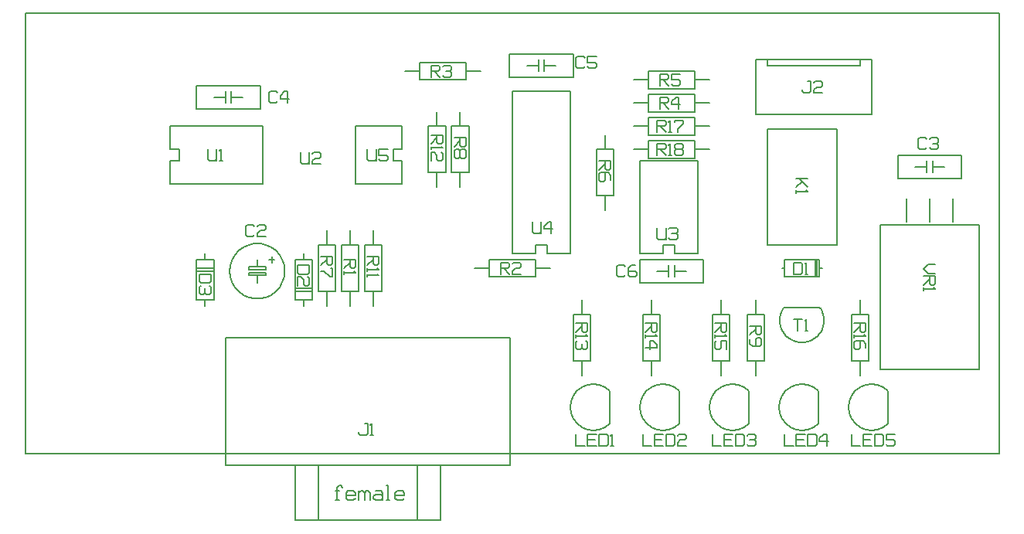
<source format=gbr>
G04                                                                  *
G04 SOURCE        : LAYO1 PCB.EXE VERSION 10                         *
G04 FORMAT        : GERBER RS-274X, Inch, 2.4, Leading Zero          *
G04 TITLE         : MGV98_SILKSCREEN TOP                             *
G04 TIME          : Tuesday, November 04, 2008  15:45:56             *
G04                                                                  *
G04 Board width   : 106.680 mm. =  4.2000 inch                       *
G04 Board height  :  48.260 mm. =  1.9000 inch                       *
G04 Board offset  :   0.000 mm. =  0.0000 inch                       *
G04 Board offset  :   0.000 mm. =  0.0000 inch                       *
G04                                                                  *
G04 Apertures:                                                       *
G04       Type          X       Y             X       Y        Used  *
G04                      Inches                Metric                *
G04 D10   Draw        0.0079  0.0079        0.200   0.200      1330  *
G04                                                                  *
%FSLAX24Y24*
MOIN*
SFA1.0B1.0*%
%ADD10C,0.0079*%
%LNSILKSCREEN TOP*%
G54D10*
X000000Y019000D02*
X000000Y000000D01*
X042000Y000000D01*
X042000Y019000D01*
X000000Y019000D01*
X006250Y014125D02*
X010250Y014125D01*
X010250Y011625D01*
X006250Y011625D01*
X006250Y012625D01*
X006625Y012625D01*
X006625Y013125D01*
X006250Y013125D01*
X006250Y014125D01*
X026500Y008625D02*
X026500Y012625D01*
X029000Y012625D01*
X029000Y008625D01*
X028000Y008625D01*
X028000Y009000D01*
X027500Y009000D01*
X027500Y008625D01*
X026500Y008625D01*
X034258Y006313D02*
X034328Y006234D01*
X034375Y006117D01*
X034422Y005992D01*
X034445Y005867D01*
X034453Y005750D01*
X034445Y005625D01*
X034422Y005492D01*
X034375Y005383D01*
X034328Y005273D01*
X034258Y005172D01*
X034172Y005070D01*
X034078Y004992D01*
X033984Y004930D01*
X033867Y004859D01*
X033742Y004820D01*
X033617Y004797D01*
X033500Y004789D01*
X033375Y004797D01*
X033242Y004820D01*
X033133Y004859D01*
X033023Y004922D01*
X032922Y004992D01*
X032820Y005070D01*
X032742Y005172D01*
X032680Y005273D01*
X032609Y005383D01*
X032570Y005492D01*
X032547Y005625D01*
X032547Y005867D01*
X032570Y005992D01*
X032609Y006117D01*
X032680Y006234D01*
X032719Y006313D01*
X034250Y006313D01*
X032000Y014000D02*
X035000Y014000D01*
X035000Y009000D01*
X032000Y009000D01*
X032000Y014000D01*
X032750Y008375D02*
X032750Y007625D01*
X034250Y007625D01*
X034250Y008375D01*
X032750Y008375D01*
X032750Y008000D02*
X032625Y008000D01*
X034250Y008000D02*
X034375Y008000D01*
X034125Y008375D02*
X034125Y007625D01*
X034094Y007625D01*
X034094Y008375D01*
X034063Y008375D01*
X034063Y007625D01*
X012000Y006375D02*
X012000Y006625D01*
X011625Y006625D01*
X011625Y008375D01*
X012375Y008375D01*
X012375Y006625D01*
X012000Y006625D01*
X012000Y008375D02*
X012000Y008625D01*
X012375Y007000D02*
X011625Y007000D01*
X011625Y007125D02*
X012375Y007125D01*
X026250Y015125D02*
X026875Y015125D01*
X026875Y014750D01*
X028875Y014750D01*
X028875Y015500D01*
X026875Y015500D01*
X026875Y015125D01*
X028875Y015125D02*
X029500Y015125D01*
X029500Y016125D02*
X028875Y016125D01*
X028875Y016500D01*
X026875Y016500D01*
X026875Y015750D01*
X028875Y015750D01*
X028875Y016125D01*
X026875Y016125D02*
X026250Y016125D01*
X014000Y009625D02*
X014000Y009000D01*
X013625Y009000D01*
X013625Y007000D01*
X014375Y007000D01*
X014375Y009000D01*
X014000Y009000D01*
X014000Y007000D02*
X014000Y006375D01*
X019375Y008000D02*
X020000Y008000D01*
X020000Y007625D01*
X022000Y007625D01*
X022000Y008375D01*
X020000Y008375D01*
X020000Y008000D01*
X022000Y008000D02*
X022625Y008000D01*
X013000Y009625D02*
X013000Y009000D01*
X012625Y009000D01*
X012625Y007000D01*
X013375Y007000D01*
X013375Y009000D01*
X013000Y009000D01*
X013000Y007000D02*
X013000Y006375D01*
X018750Y014750D02*
X018750Y014125D01*
X018375Y014125D01*
X018375Y012125D01*
X019125Y012125D01*
X019125Y014125D01*
X018750Y014125D01*
X018750Y012125D02*
X018750Y011500D01*
X031500Y006625D02*
X031500Y006000D01*
X031125Y006000D01*
X031125Y004000D01*
X031875Y004000D01*
X031875Y006000D01*
X031500Y006000D01*
X031500Y004000D02*
X031500Y003375D01*
X017750Y011500D02*
X017750Y012125D01*
X018125Y012125D01*
X018125Y014125D01*
X017375Y014125D01*
X017375Y012125D01*
X017750Y012125D01*
X017750Y014125D02*
X017750Y014750D01*
X024000Y006625D02*
X024000Y006000D01*
X023625Y006000D01*
X023625Y004000D01*
X024375Y004000D01*
X024375Y006000D01*
X024000Y006000D01*
X024000Y004000D02*
X024000Y003375D01*
X027000Y003375D02*
X027000Y004000D01*
X027375Y004000D01*
X027375Y006000D01*
X026625Y006000D01*
X026625Y004000D01*
X027000Y004000D01*
X027000Y006000D02*
X027000Y006625D01*
X030000Y006625D02*
X030000Y006000D01*
X029625Y006000D01*
X029625Y004000D01*
X030375Y004000D01*
X030375Y006000D01*
X030000Y006000D01*
X030000Y004000D02*
X030000Y003375D01*
X025000Y010500D02*
X025000Y011125D01*
X025375Y011125D01*
X025375Y013125D01*
X024625Y013125D01*
X024625Y011125D01*
X025000Y011125D01*
X025000Y013125D02*
X025000Y013750D01*
X015000Y009625D02*
X015000Y009000D01*
X014625Y009000D01*
X014625Y007000D01*
X015375Y007000D01*
X015375Y009000D01*
X015000Y009000D01*
X015000Y007000D02*
X015000Y006375D01*
X036000Y006625D02*
X036000Y006000D01*
X035625Y006000D01*
X035625Y004000D01*
X036375Y004000D01*
X036375Y006000D01*
X036000Y006000D01*
X036000Y004000D02*
X036000Y003375D01*
X038375Y012375D02*
X038875Y012375D01*
X039125Y012375D02*
X039625Y012375D01*
X038875Y012125D02*
X038875Y012625D01*
X039125Y012125D02*
X039125Y012625D01*
X037625Y012875D02*
X037625Y011875D01*
X040375Y011875D01*
X040375Y012875D01*
X037625Y012875D01*
X008813Y007875D02*
X008836Y007625D01*
X008914Y007391D01*
X009039Y007180D01*
X009203Y006992D01*
X009406Y006844D01*
X009633Y006742D01*
X009875Y006695D01*
X010125Y006695D01*
X010367Y006742D01*
X010594Y006844D01*
X010797Y006992D01*
X010961Y007180D01*
X011086Y007391D01*
X011164Y007633D01*
X011188Y007875D01*
X011164Y008125D01*
X011086Y008359D01*
X010961Y008578D01*
X010797Y008758D01*
X010594Y008906D01*
X010367Y009008D01*
X010125Y009055D01*
X009875Y009055D01*
X009633Y009000D01*
X009406Y008898D01*
X009203Y008758D01*
X009039Y008570D01*
X008914Y008352D01*
X008836Y008117D01*
X008813Y007875D01*
X010750Y008375D02*
X010500Y008375D01*
X010625Y008500D02*
X010625Y008250D01*
X010375Y007938D02*
X009625Y007938D01*
X009625Y008063D01*
X010375Y008063D01*
X010375Y007938D01*
X010375Y007813D02*
X009625Y007813D01*
X009625Y007688D01*
X010375Y007688D01*
X010375Y007813D01*
X010000Y008063D02*
X010000Y008375D01*
X010000Y007688D02*
X010000Y007375D01*
X020906Y005000D02*
X020906Y-000500D01*
X008656Y-000500D01*
X008656Y005000D01*
X020906Y005000D01*
X017906Y-000500D02*
X017906Y-002875D01*
X011656Y-002875D01*
X011656Y-000500D01*
X016906Y-000500D02*
X016906Y-002875D01*
X012656Y-000500D02*
X012656Y-002875D01*
X013688Y-001453D02*
X013609Y-001375D01*
X013531Y-001375D01*
X013453Y-001453D01*
X013453Y-002000D01*
X013375Y-002000D01*
X013531Y-002000D01*
X013375Y-001609D02*
X013531Y-001609D01*
X014234Y-001922D02*
X014156Y-002000D01*
X013922Y-002000D01*
X013844Y-001922D01*
X013844Y-001688D01*
X013922Y-001609D01*
X014156Y-001609D01*
X014234Y-001688D01*
X014234Y-001805D01*
X013844Y-001805D01*
X014391Y-001609D02*
X014391Y-002000D01*
X014391Y-001688D02*
X014469Y-001609D01*
X014547Y-001609D01*
X014625Y-001688D01*
X014625Y-002000D01*
X014625Y-001688D02*
X014703Y-001609D01*
X014781Y-001609D01*
X014859Y-001688D01*
X014859Y-002000D01*
X015094Y-001609D02*
X015328Y-001609D01*
X015406Y-001688D01*
X015406Y-002000D01*
X015406Y-001922D02*
X015328Y-002000D01*
X015094Y-002000D01*
X015016Y-001922D01*
X015016Y-001844D01*
X015094Y-001766D01*
X015328Y-001766D01*
X015406Y-001844D01*
X015563Y-002000D02*
X015719Y-002000D01*
X015641Y-002000D02*
X015641Y-001375D01*
X015563Y-001375D01*
X016344Y-001922D02*
X016266Y-002000D01*
X016031Y-002000D01*
X015953Y-001922D01*
X015953Y-001688D01*
X016031Y-001609D01*
X016266Y-001609D01*
X016344Y-001688D01*
X016344Y-001805D01*
X015953Y-001805D01*
X024500Y001000D02*
X024758Y001031D01*
X025000Y001133D01*
X025211Y001297D01*
X025211Y002688D01*
X025000Y002867D01*
X024758Y002969D01*
X024500Y003000D01*
X024242Y002969D01*
X024000Y002867D01*
X023789Y002703D01*
X023633Y002500D01*
X023531Y002258D01*
X023500Y002000D01*
X023531Y001742D01*
X023633Y001500D01*
X023797Y001289D01*
X024000Y001133D01*
X024242Y001031D01*
X024500Y001000D01*
X030500Y001000D02*
X030758Y001031D01*
X031000Y001133D01*
X031211Y001297D01*
X031211Y002688D01*
X031000Y002867D01*
X030758Y002969D01*
X030500Y003000D01*
X030242Y002969D01*
X030000Y002867D01*
X029789Y002703D01*
X029633Y002500D01*
X029531Y002258D01*
X029500Y002000D01*
X029531Y001742D01*
X029633Y001500D01*
X029797Y001289D01*
X030000Y001133D01*
X030242Y001031D01*
X030500Y001000D01*
X027500Y001000D02*
X027758Y001031D01*
X028000Y001133D01*
X028211Y001297D01*
X028211Y002688D01*
X028000Y002867D01*
X027758Y002969D01*
X027500Y003000D01*
X027242Y002969D01*
X027000Y002867D01*
X026789Y002703D01*
X026633Y002500D01*
X026531Y002258D01*
X026500Y002000D01*
X026531Y001742D01*
X026633Y001500D01*
X026797Y001289D01*
X027000Y001133D01*
X027242Y001031D01*
X027500Y001000D01*
X036500Y001000D02*
X036758Y001031D01*
X037000Y001133D01*
X037211Y001297D01*
X037211Y002688D01*
X037000Y002867D01*
X036758Y002969D01*
X036500Y003000D01*
X036242Y002969D01*
X036000Y002867D01*
X035789Y002703D01*
X035633Y002500D01*
X035531Y002258D01*
X035500Y002000D01*
X035531Y001742D01*
X035633Y001500D01*
X035797Y001289D01*
X036000Y001133D01*
X036242Y001031D01*
X036500Y001000D01*
X033500Y001000D02*
X033758Y001031D01*
X034000Y001133D01*
X034211Y001297D01*
X034211Y002688D01*
X034000Y002867D01*
X033758Y002969D01*
X033500Y003000D01*
X033242Y002969D01*
X033000Y002867D01*
X032789Y002703D01*
X032633Y002500D01*
X032531Y002258D01*
X032500Y002000D01*
X032531Y001742D01*
X032633Y001500D01*
X032797Y001289D01*
X033000Y001133D01*
X033242Y001031D01*
X033500Y001000D01*
X041125Y003625D02*
X036875Y003625D01*
X036875Y009875D01*
X041125Y009875D01*
X041125Y003625D01*
X039000Y011000D02*
X039000Y010000D01*
X040000Y011000D02*
X040000Y010000D01*
X038000Y011000D02*
X038000Y010000D01*
X036500Y014625D02*
X031500Y014625D01*
X031500Y017000D01*
X036500Y017000D01*
X036500Y014625D01*
X036000Y016750D02*
X032000Y016750D01*
X036000Y016750D01*
X036000Y016750D02*
X032000Y016750D01*
X032000Y017000D01*
X036000Y017000D01*
X036000Y016750D01*
X008125Y015375D02*
X008625Y015375D01*
X008875Y015375D02*
X009375Y015375D01*
X008625Y015125D02*
X008625Y015625D01*
X008875Y015125D02*
X008875Y015625D01*
X007375Y015875D02*
X007375Y014875D01*
X010125Y014875D01*
X010125Y015875D01*
X007375Y015875D01*
X027250Y007875D02*
X027750Y007875D01*
X028000Y007875D02*
X028500Y007875D01*
X027750Y007625D02*
X027750Y008125D01*
X028000Y007625D02*
X028000Y008125D01*
X026500Y008375D02*
X026500Y007375D01*
X029250Y007375D01*
X029250Y008375D01*
X026500Y008375D01*
X026250Y013125D02*
X026875Y013125D01*
X026875Y012750D01*
X028875Y012750D01*
X028875Y013500D01*
X026875Y013500D01*
X026875Y013125D01*
X028875Y013125D02*
X029500Y013125D01*
X029500Y014125D02*
X028875Y014125D01*
X028875Y014500D01*
X026875Y014500D01*
X026875Y013750D01*
X028875Y013750D01*
X028875Y014125D01*
X026875Y014125D02*
X026250Y014125D01*
X007750Y008625D02*
X007750Y008375D01*
X008125Y008375D01*
X008125Y006625D01*
X007375Y006625D01*
X007375Y008375D01*
X007750Y008375D01*
X007750Y006625D02*
X007750Y006375D01*
X007375Y008000D02*
X008125Y008000D01*
X008125Y007875D02*
X007375Y007875D01*
X016375Y016500D02*
X017000Y016500D01*
X017000Y016125D01*
X019000Y016125D01*
X019000Y016875D01*
X017000Y016875D01*
X017000Y016500D01*
X019000Y016500D02*
X019625Y016500D01*
X021000Y008625D02*
X021000Y015625D01*
X023500Y015625D01*
X023500Y008625D01*
X022500Y008625D01*
X022500Y009000D01*
X022000Y009000D01*
X022000Y008625D01*
X021000Y008625D01*
X016250Y011625D02*
X014250Y011625D01*
X014250Y014125D01*
X016250Y014125D01*
X016250Y013125D01*
X015875Y013125D01*
X015875Y012625D01*
X016250Y012625D01*
X016250Y011625D01*
X021625Y016750D02*
X022125Y016750D01*
X022375Y016750D02*
X022875Y016750D01*
X022125Y016500D02*
X022125Y017000D01*
X022375Y016500D02*
X022375Y017000D01*
X020875Y017250D02*
X020875Y016250D01*
X023625Y016250D01*
X023625Y017250D01*
X020875Y017250D01*
X011875Y013000D02*
X011875Y012563D01*
X011938Y012500D01*
X012188Y012500D01*
X012250Y012563D01*
X012250Y013000D02*
X012250Y012500D01*
X012750Y012500D02*
X012375Y012500D01*
X012375Y012625D01*
X012500Y012750D01*
X012688Y012750D01*
X012750Y012813D01*
X012750Y012938D01*
X012688Y013000D01*
X012438Y013000D01*
X012375Y012938D01*
X007875Y013125D02*
X007875Y012688D01*
X007938Y012625D01*
X008188Y012625D01*
X008250Y012688D01*
X008250Y013125D02*
X008250Y012625D01*
X008375Y012625D02*
X008500Y012625D01*
X008438Y012625D02*
X008438Y013125D01*
X008375Y013063D01*
X027250Y009750D02*
X027250Y009313D01*
X027313Y009250D01*
X027563Y009250D01*
X027625Y009313D01*
X027625Y009750D02*
X027625Y009250D01*
X027750Y009688D02*
X027813Y009750D01*
X028063Y009750D01*
X028125Y009688D01*
X028125Y009563D01*
X028063Y009500D01*
X027875Y009500D01*
X028063Y009500D02*
X028125Y009438D01*
X028125Y009313D01*
X028063Y009250D01*
X027813Y009250D01*
X027750Y009313D01*
X033313Y005305D02*
X033313Y005805D01*
X033125Y005805D02*
X033500Y005805D01*
X033625Y005305D02*
X033750Y005305D01*
X033688Y005305D02*
X033688Y005805D01*
X033625Y005742D01*
X033250Y011875D02*
X033750Y011875D01*
X033375Y011875D02*
X033750Y011500D01*
X033500Y011750D02*
X033250Y011500D01*
X033250Y011375D02*
X033250Y011250D01*
X033250Y011313D02*
X033750Y011313D01*
X033688Y011375D01*
X033125Y007750D02*
X033125Y008250D01*
X033438Y008250D01*
X033500Y008188D01*
X033500Y007813D01*
X033438Y007750D01*
X033125Y007750D01*
X033625Y007750D02*
X033750Y007750D01*
X033688Y007750D02*
X033688Y008250D01*
X033625Y008188D01*
X011750Y008125D02*
X012250Y008125D01*
X012250Y007813D01*
X012188Y007750D01*
X011813Y007750D01*
X011750Y007813D01*
X011750Y008125D01*
X011750Y007250D02*
X011750Y007625D01*
X011875Y007625D01*
X012000Y007500D01*
X012000Y007313D01*
X012063Y007250D01*
X012188Y007250D01*
X012250Y007313D01*
X012250Y007563D01*
X012188Y007625D01*
X027375Y014875D02*
X027375Y015375D01*
X027688Y015375D01*
X027750Y015313D01*
X027750Y015188D01*
X027688Y015125D01*
X027375Y015125D01*
X027500Y015125D02*
X027750Y014875D01*
X028188Y014875D02*
X028188Y015375D01*
X028063Y015375D01*
X027875Y015188D01*
X027875Y015063D01*
X028250Y015063D01*
X027375Y015875D02*
X027375Y016375D01*
X027688Y016375D01*
X027750Y016313D01*
X027750Y016188D01*
X027688Y016125D01*
X027375Y016125D01*
X027500Y016125D02*
X027750Y015875D01*
X028250Y016375D02*
X027875Y016375D01*
X027875Y016125D01*
X028188Y016125D01*
X028250Y016063D01*
X028250Y015938D01*
X028188Y015875D01*
X027938Y015875D01*
X027875Y015938D01*
X013750Y008375D02*
X014250Y008375D01*
X014250Y008063D01*
X014188Y008000D01*
X014063Y008000D01*
X014000Y008063D01*
X014000Y008375D01*
X014000Y008250D02*
X013750Y008000D01*
X013750Y007875D02*
X013750Y007750D01*
X013750Y007813D02*
X014250Y007813D01*
X014188Y007875D01*
X020500Y007750D02*
X020500Y008250D01*
X020813Y008250D01*
X020875Y008188D01*
X020875Y008063D01*
X020813Y008000D01*
X020500Y008000D01*
X020625Y008000D02*
X020875Y007750D01*
X021375Y007750D02*
X021000Y007750D01*
X021000Y007875D01*
X021125Y008000D01*
X021313Y008000D01*
X021375Y008063D01*
X021375Y008188D01*
X021313Y008250D01*
X021063Y008250D01*
X021000Y008188D01*
X012750Y008500D02*
X013250Y008500D01*
X013250Y008188D01*
X013188Y008125D01*
X013063Y008125D01*
X013000Y008188D01*
X013000Y008500D01*
X013000Y008375D02*
X012750Y008125D01*
X013188Y008000D02*
X013250Y008000D01*
X013250Y007625D01*
X013125Y007625D01*
X012875Y007875D01*
X012750Y007875D01*
X018500Y013625D02*
X019000Y013625D01*
X019000Y013313D01*
X018938Y013250D01*
X018813Y013250D01*
X018750Y013313D01*
X018750Y013625D01*
X018750Y013500D02*
X018500Y013250D01*
X018750Y013063D02*
X018688Y013125D01*
X018563Y013125D01*
X018500Y013063D01*
X018500Y012813D01*
X018563Y012750D01*
X018688Y012750D01*
X018750Y012813D01*
X018750Y013063D01*
X018813Y013125D01*
X018938Y013125D01*
X019000Y013063D01*
X019000Y012813D01*
X018938Y012750D01*
X018813Y012750D01*
X018750Y012813D01*
X031250Y005500D02*
X031750Y005500D01*
X031750Y005188D01*
X031688Y005125D01*
X031563Y005125D01*
X031500Y005188D01*
X031500Y005500D01*
X031500Y005375D02*
X031250Y005125D01*
X031250Y004938D02*
X031250Y004750D01*
X031375Y004625D01*
X031688Y004625D01*
X031750Y004688D01*
X031750Y004938D01*
X031688Y005000D01*
X031563Y005000D01*
X031500Y004938D01*
X031500Y004625D01*
X017500Y013750D02*
X018000Y013750D01*
X018000Y013438D01*
X017938Y013375D01*
X017813Y013375D01*
X017750Y013438D01*
X017750Y013750D01*
X017750Y013625D02*
X017500Y013375D01*
X017500Y013250D02*
X017500Y013125D01*
X017500Y013188D02*
X018000Y013188D01*
X017938Y013250D01*
X017500Y012625D02*
X017500Y013000D01*
X017625Y013000D01*
X017750Y012875D01*
X017750Y012688D01*
X017813Y012625D01*
X017938Y012625D01*
X018000Y012688D01*
X018000Y012938D01*
X017938Y013000D01*
X023750Y005625D02*
X024250Y005625D01*
X024250Y005313D01*
X024188Y005250D01*
X024063Y005250D01*
X024000Y005313D01*
X024000Y005625D01*
X024000Y005500D02*
X023750Y005250D01*
X023750Y005125D02*
X023750Y005000D01*
X023750Y005063D02*
X024250Y005063D01*
X024188Y005125D01*
X024188Y004875D02*
X024250Y004813D01*
X024250Y004563D01*
X024188Y004500D01*
X024063Y004500D01*
X024000Y004563D01*
X024000Y004750D01*
X024000Y004563D02*
X023938Y004500D01*
X023813Y004500D01*
X023750Y004563D01*
X023750Y004813D01*
X023813Y004875D01*
X026750Y005625D02*
X027250Y005625D01*
X027250Y005313D01*
X027188Y005250D01*
X027063Y005250D01*
X027000Y005313D01*
X027000Y005625D01*
X027000Y005500D02*
X026750Y005250D01*
X026750Y005125D02*
X026750Y005000D01*
X026750Y005063D02*
X027250Y005063D01*
X027188Y005125D01*
X026750Y004563D02*
X027250Y004563D01*
X027250Y004688D01*
X027063Y004875D01*
X026938Y004875D01*
X026938Y004500D01*
X029750Y005625D02*
X030250Y005625D01*
X030250Y005313D01*
X030188Y005250D01*
X030063Y005250D01*
X030000Y005313D01*
X030000Y005625D01*
X030000Y005500D02*
X029750Y005250D01*
X029750Y005125D02*
X029750Y005000D01*
X029750Y005063D02*
X030250Y005063D01*
X030188Y005125D01*
X030250Y004500D02*
X030250Y004875D01*
X030000Y004875D01*
X030000Y004563D01*
X029938Y004500D01*
X029813Y004500D01*
X029750Y004563D01*
X029750Y004813D01*
X029813Y004875D01*
X024750Y012625D02*
X025250Y012625D01*
X025250Y012313D01*
X025188Y012250D01*
X025063Y012250D01*
X025000Y012313D01*
X025000Y012625D01*
X025000Y012500D02*
X024750Y012250D01*
X025250Y011813D02*
X025250Y012000D01*
X025125Y012125D01*
X024813Y012125D01*
X024750Y012063D01*
X024750Y011813D01*
X024813Y011750D01*
X024938Y011750D01*
X025000Y011813D01*
X025000Y012125D01*
X014750Y008500D02*
X015250Y008500D01*
X015250Y008188D01*
X015188Y008125D01*
X015063Y008125D01*
X015000Y008188D01*
X015000Y008500D01*
X015000Y008375D02*
X014750Y008125D01*
X014750Y008000D02*
X014750Y007875D01*
X014750Y007938D02*
X015250Y007938D01*
X015188Y008000D01*
X014750Y007750D02*
X014750Y007625D01*
X014750Y007688D02*
X015250Y007688D01*
X015188Y007750D01*
X035750Y005625D02*
X036250Y005625D01*
X036250Y005313D01*
X036188Y005250D01*
X036063Y005250D01*
X036000Y005313D01*
X036000Y005625D01*
X036000Y005500D02*
X035750Y005250D01*
X035750Y005125D02*
X035750Y005000D01*
X035750Y005063D02*
X036250Y005063D01*
X036188Y005125D01*
X036250Y004563D02*
X036250Y004750D01*
X036125Y004875D01*
X035813Y004875D01*
X035750Y004813D01*
X035750Y004563D01*
X035813Y004500D01*
X035938Y004500D01*
X036000Y004563D01*
X036000Y004875D01*
X038875Y013188D02*
X038813Y013125D01*
X038563Y013125D01*
X038500Y013188D01*
X038500Y013563D01*
X038563Y013625D01*
X038813Y013625D01*
X038875Y013563D01*
X039000Y013563D02*
X039063Y013625D01*
X039313Y013625D01*
X039375Y013563D01*
X039375Y013438D01*
X039313Y013375D01*
X039125Y013375D01*
X039313Y013375D02*
X039375Y013313D01*
X039375Y013188D01*
X039313Y013125D01*
X039063Y013125D01*
X039000Y013188D01*
X009875Y009438D02*
X009813Y009375D01*
X009563Y009375D01*
X009500Y009438D01*
X009500Y009813D01*
X009563Y009875D01*
X009813Y009875D01*
X009875Y009813D01*
X010375Y009375D02*
X010000Y009375D01*
X010000Y009500D01*
X010125Y009625D01*
X010313Y009625D01*
X010375Y009688D01*
X010375Y009813D01*
X010313Y009875D01*
X010063Y009875D01*
X010000Y009813D01*
X014391Y000938D02*
X014391Y000875D01*
X014453Y000813D01*
X014703Y000813D01*
X014766Y000875D01*
X014766Y001313D01*
X014641Y001313D01*
X014891Y000813D02*
X015016Y000813D01*
X014953Y000813D02*
X014953Y001313D01*
X014891Y001250D01*
X023750Y000844D02*
X023750Y000344D01*
X024125Y000344D01*
X024625Y000344D02*
X024250Y000344D01*
X024250Y000844D01*
X024625Y000844D01*
X024250Y000594D02*
X024563Y000594D01*
X024750Y000344D02*
X024750Y000844D01*
X025063Y000844D01*
X025125Y000781D01*
X025125Y000406D01*
X025063Y000344D01*
X024750Y000344D01*
X025250Y000344D02*
X025375Y000344D01*
X025313Y000344D02*
X025313Y000844D01*
X025250Y000781D01*
X029625Y000844D02*
X029625Y000344D01*
X030000Y000344D01*
X030500Y000344D02*
X030125Y000344D01*
X030125Y000844D01*
X030500Y000844D01*
X030125Y000594D02*
X030438Y000594D01*
X030625Y000344D02*
X030625Y000844D01*
X030938Y000844D01*
X031000Y000781D01*
X031000Y000406D01*
X030938Y000344D01*
X030625Y000344D01*
X031125Y000781D02*
X031188Y000844D01*
X031438Y000844D01*
X031500Y000781D01*
X031500Y000656D01*
X031438Y000594D01*
X031250Y000594D01*
X031438Y000594D02*
X031500Y000531D01*
X031500Y000406D01*
X031438Y000344D01*
X031188Y000344D01*
X031125Y000406D01*
X026625Y000844D02*
X026625Y000344D01*
X027000Y000344D01*
X027500Y000344D02*
X027125Y000344D01*
X027125Y000844D01*
X027500Y000844D01*
X027125Y000594D02*
X027438Y000594D01*
X027625Y000344D02*
X027625Y000844D01*
X027938Y000844D01*
X028000Y000781D01*
X028000Y000406D01*
X027938Y000344D01*
X027625Y000344D01*
X028500Y000344D02*
X028125Y000344D01*
X028125Y000469D01*
X028250Y000594D01*
X028438Y000594D01*
X028500Y000656D01*
X028500Y000781D01*
X028438Y000844D01*
X028188Y000844D01*
X028125Y000781D01*
X032750Y000844D02*
X032750Y000344D01*
X033125Y000344D01*
X033625Y000344D02*
X033250Y000344D01*
X033250Y000844D01*
X033625Y000844D01*
X033250Y000594D02*
X033563Y000594D01*
X033750Y000344D02*
X033750Y000844D01*
X034063Y000844D01*
X034125Y000781D01*
X034125Y000406D01*
X034063Y000344D01*
X033750Y000344D01*
X034563Y000344D02*
X034563Y000844D01*
X034438Y000844D01*
X034250Y000656D01*
X034250Y000531D01*
X034625Y000531D01*
X035625Y000844D02*
X035625Y000344D01*
X036000Y000344D01*
X036500Y000344D02*
X036125Y000344D01*
X036125Y000844D01*
X036500Y000844D01*
X036125Y000594D02*
X036438Y000594D01*
X036625Y000344D02*
X036625Y000844D01*
X036938Y000844D01*
X037000Y000781D01*
X037000Y000406D01*
X036938Y000344D01*
X036625Y000344D01*
X037500Y000844D02*
X037125Y000844D01*
X037125Y000594D01*
X037438Y000594D01*
X037500Y000531D01*
X037500Y000406D01*
X037438Y000344D01*
X037188Y000344D01*
X037125Y000406D01*
X039250Y008156D02*
X038938Y008156D01*
X038750Y007969D01*
X038938Y007781D01*
X039250Y007781D01*
X038750Y007656D02*
X039250Y007656D01*
X039250Y007344D01*
X039188Y007281D01*
X039063Y007281D01*
X039000Y007344D01*
X039000Y007656D01*
X039000Y007531D02*
X038750Y007281D01*
X038750Y007156D02*
X038750Y007031D01*
X038750Y007094D02*
X039250Y007094D01*
X039188Y007156D01*
X033500Y015688D02*
X033500Y015625D01*
X033563Y015563D01*
X033813Y015563D01*
X033875Y015625D01*
X033875Y016063D01*
X033750Y016063D01*
X034375Y015563D02*
X034000Y015563D01*
X034000Y015688D01*
X034125Y015813D01*
X034313Y015813D01*
X034375Y015875D01*
X034375Y016000D01*
X034313Y016063D01*
X034063Y016063D01*
X034000Y016000D01*
X010875Y015188D02*
X010813Y015125D01*
X010563Y015125D01*
X010500Y015188D01*
X010500Y015563D01*
X010563Y015625D01*
X010813Y015625D01*
X010875Y015563D01*
X011313Y015125D02*
X011313Y015625D01*
X011188Y015625D01*
X011000Y015438D01*
X011000Y015313D01*
X011375Y015313D01*
X025875Y007688D02*
X025813Y007625D01*
X025563Y007625D01*
X025500Y007688D01*
X025500Y008063D01*
X025563Y008125D01*
X025813Y008125D01*
X025875Y008063D01*
X026313Y008125D02*
X026125Y008125D01*
X026000Y008000D01*
X026000Y007688D01*
X026063Y007625D01*
X026313Y007625D01*
X026375Y007688D01*
X026375Y007813D01*
X026313Y007875D01*
X026000Y007875D01*
X027250Y012875D02*
X027250Y013375D01*
X027563Y013375D01*
X027625Y013313D01*
X027625Y013188D01*
X027563Y013125D01*
X027250Y013125D01*
X027375Y013125D02*
X027625Y012875D01*
X027750Y012875D02*
X027875Y012875D01*
X027813Y012875D02*
X027813Y013375D01*
X027750Y013313D01*
X028063Y013125D02*
X028000Y013063D01*
X028000Y012938D01*
X028063Y012875D01*
X028313Y012875D01*
X028375Y012938D01*
X028375Y013063D01*
X028313Y013125D01*
X028063Y013125D01*
X028000Y013188D01*
X028000Y013313D01*
X028063Y013375D01*
X028313Y013375D01*
X028375Y013313D01*
X028375Y013188D01*
X028313Y013125D01*
X027250Y013875D02*
X027250Y014375D01*
X027563Y014375D01*
X027625Y014313D01*
X027625Y014188D01*
X027563Y014125D01*
X027250Y014125D01*
X027375Y014125D02*
X027625Y013875D01*
X027750Y013875D02*
X027875Y013875D01*
X027813Y013875D02*
X027813Y014375D01*
X027750Y014313D01*
X028000Y014313D02*
X028000Y014375D01*
X028375Y014375D01*
X028375Y014250D01*
X028125Y014000D01*
X028125Y013875D01*
X007500Y007750D02*
X008000Y007750D01*
X008000Y007438D01*
X007938Y007375D01*
X007563Y007375D01*
X007500Y007438D01*
X007500Y007750D01*
X007938Y007250D02*
X008000Y007188D01*
X008000Y006938D01*
X007938Y006875D01*
X007813Y006875D01*
X007750Y006938D01*
X007750Y007125D01*
X007750Y006938D02*
X007688Y006875D01*
X007563Y006875D01*
X007500Y006938D01*
X007500Y007188D01*
X007563Y007250D01*
X017500Y016250D02*
X017500Y016750D01*
X017813Y016750D01*
X017875Y016688D01*
X017875Y016563D01*
X017813Y016500D01*
X017500Y016500D01*
X017625Y016500D02*
X017875Y016250D01*
X018000Y016688D02*
X018063Y016750D01*
X018313Y016750D01*
X018375Y016688D01*
X018375Y016563D01*
X018313Y016500D01*
X018125Y016500D01*
X018313Y016500D02*
X018375Y016438D01*
X018375Y016313D01*
X018313Y016250D01*
X018063Y016250D01*
X018000Y016313D01*
X021875Y010000D02*
X021875Y009563D01*
X021938Y009500D01*
X022188Y009500D01*
X022250Y009563D01*
X022250Y010000D02*
X022250Y009500D01*
X022688Y009500D02*
X022688Y010000D01*
X022563Y010000D01*
X022375Y009813D01*
X022375Y009688D01*
X022750Y009688D01*
X014750Y013125D02*
X014750Y012688D01*
X014813Y012625D01*
X015063Y012625D01*
X015125Y012688D01*
X015125Y013125D02*
X015125Y012625D01*
X015625Y013125D02*
X015250Y013125D01*
X015250Y012875D01*
X015563Y012875D01*
X015625Y012813D01*
X015625Y012688D01*
X015563Y012625D01*
X015313Y012625D01*
X015250Y012688D01*
X024125Y016688D02*
X024063Y016625D01*
X023813Y016625D01*
X023750Y016688D01*
X023750Y017063D01*
X023813Y017125D01*
X024063Y017125D01*
X024125Y017063D01*
X024625Y017125D02*
X024250Y017125D01*
X024250Y016875D01*
X024563Y016875D01*
X024625Y016813D01*
X024625Y016688D01*
X024563Y016625D01*
X024313Y016625D01*
X024250Y016688D01*
M02*

</source>
